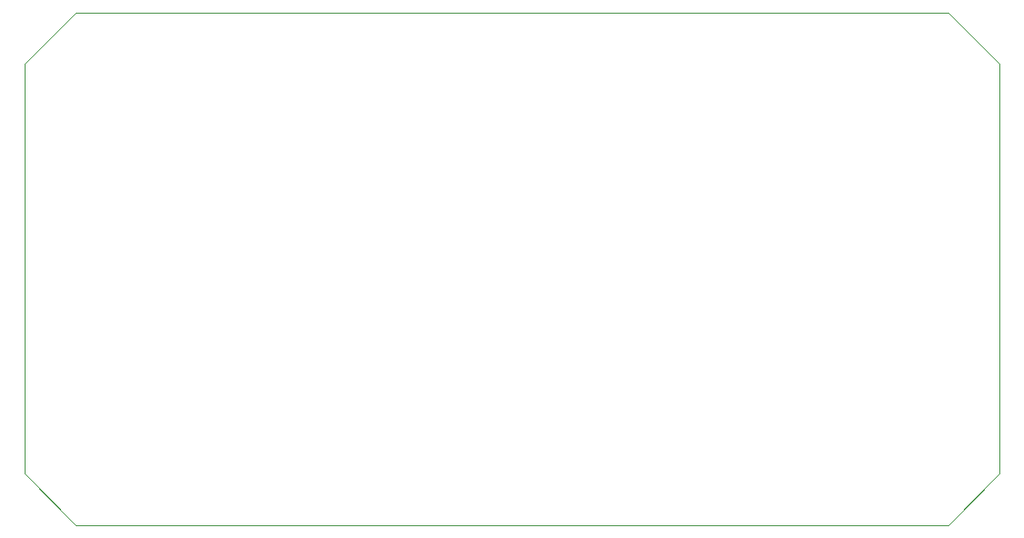
<source format=gbr>
%TF.GenerationSoftware,KiCad,Pcbnew,8.0.6*%
%TF.CreationDate,2024-10-21T20:43:56-04:00*%
%TF.ProjectId,retry,72657472-792e-46b6-9963-61645f706362,rev?*%
%TF.SameCoordinates,Original*%
%TF.FileFunction,Profile,NP*%
%FSLAX46Y46*%
G04 Gerber Fmt 4.6, Leading zero omitted, Abs format (unit mm)*
G04 Created by KiCad (PCBNEW 8.0.6) date 2024-10-21 20:43:56*
%MOMM*%
%LPD*%
G01*
G04 APERTURE LIST*
%TA.AperFunction,Profile*%
%ADD10C,0.050000*%
%TD*%
G04 APERTURE END LIST*
D10*
X47625000Y-71437500D02*
X42862500Y-66675000D01*
X47625000Y-23812500D02*
X128587500Y-23812500D01*
X128587500Y-23812500D02*
X133350000Y-28575000D01*
X133350000Y-28575000D02*
X133350000Y-66675000D01*
X42862500Y-66675000D02*
X42862500Y-28575000D01*
X128587500Y-71437500D02*
X47625000Y-71437500D01*
X133350000Y-66675000D02*
X128587500Y-71437500D01*
X42862500Y-28575000D02*
X47625000Y-23812500D01*
M02*

</source>
